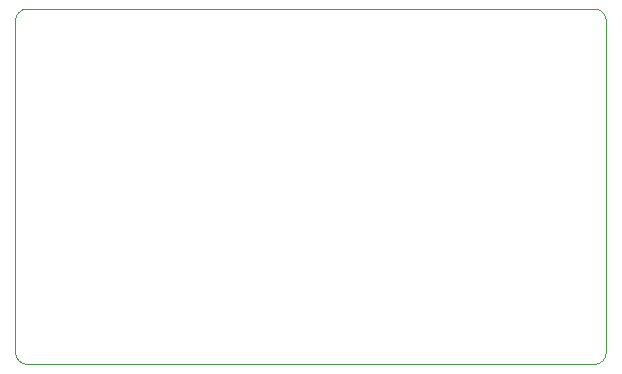
<source format=gbr>
%TF.GenerationSoftware,KiCad,Pcbnew,(6.0.0-rc1-dev-1583-gb0ab53ac2)*%
%TF.CreationDate,2019-01-25T22:49:34+01:00*%
%TF.ProjectId,SliderBar,536c6964-6572-4426-9172-2e6b69636164,rev?*%
%TF.SameCoordinates,Original*%
%TF.FileFunction,Profile,NP*%
%FSLAX46Y46*%
G04 Gerber Fmt 4.6, Leading zero omitted, Abs format (unit mm)*
G04 Created by KiCad (PCBNEW (6.0.0-rc1-dev-1583-gb0ab53ac2)) date 25/01/19 22:49:34 PM*
%MOMM*%
%LPD*%
G04 APERTURE LIST*
%ADD10C,0.100000*%
G04 APERTURE END LIST*
D10*
X187325000Y-80010000D02*
X187325000Y-51943000D01*
X138303000Y-81026000D02*
X186309000Y-81026000D01*
X137287000Y-51943000D02*
X137287000Y-80010000D01*
X186309000Y-50927000D02*
X138303000Y-50927000D01*
X186309000Y-50927000D02*
G75*
G02X187325000Y-51943000I0J-1016000D01*
G01*
X137287000Y-51943000D02*
G75*
G02X138303000Y-50927000I1016000J0D01*
G01*
X138303000Y-81026000D02*
G75*
G02X137287000Y-80010000I0J1016000D01*
G01*
X187325000Y-80010000D02*
G75*
G02X186309000Y-81026000I-1016000J0D01*
G01*
M02*

</source>
